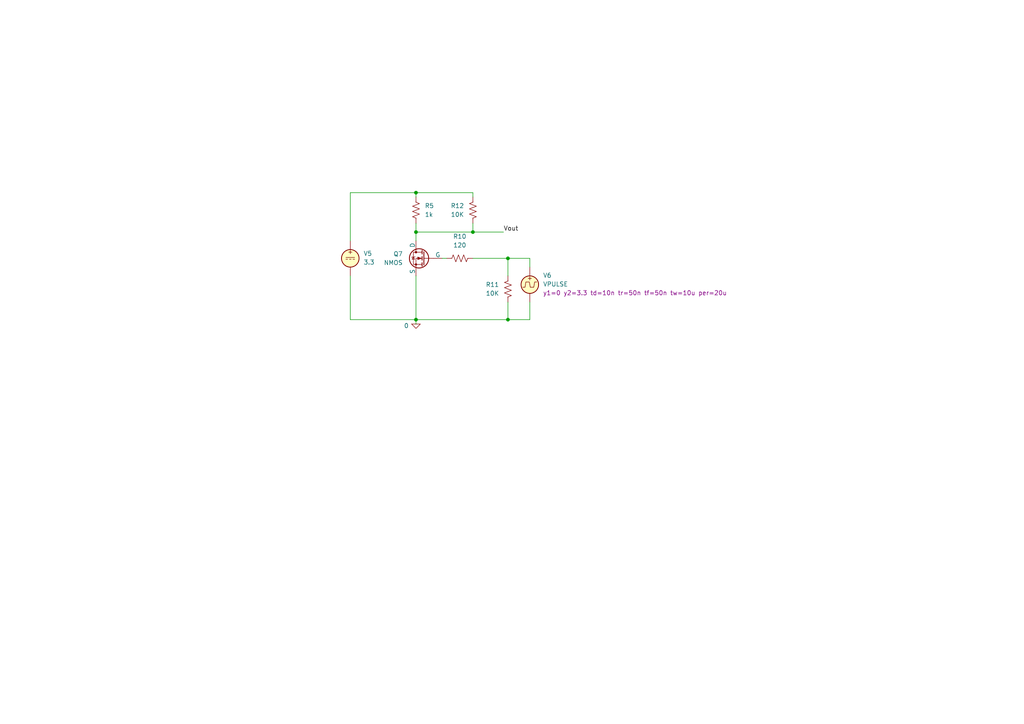
<source format=kicad_sch>
(kicad_sch (version 20250114) (generator "eeschema") (generator_version "9.0")
  (paper "A4")
  (lib_symbols
    (symbol "Device:R_US" (pin_numbers (hide yes)) (pin_names (offset 0))
      (property "Reference" "R" (at 2.54 0 90))
      (property "Value" "R_US" (at -2.54 0 90))
      (symbol "R_US_0_1"
        (polyline (pts (xy 0 2.286) (xy 0 2.54)))
        (polyline (pts (xy 0 2.286) (xy 1.016 1.905) (xy 0 1.524) (xy -1.016 1.143) (xy 0 0.762)))
        (polyline (pts (xy 0 0.762) (xy 1.016 0.381) (xy 0 0) (xy -1.016 -0.381) (xy 0 -0.762)))
        (polyline (pts (xy 0 -0.762) (xy 1.016 -1.143) (xy 0 -1.524) (xy -1.016 -1.905) (xy 0 -2.286)))
        (polyline (pts (xy 0 -2.286) (xy 0 -2.54)))
      )
      (symbol "R_US_1_1"
        (pin passive line (at 0 3.81 270) (length 1.27) (name "~") (number "1"))
        (pin passive line (at 0 -3.81 90) (length 1.27) (name "~") (number "2"))
      )
    )
    (symbol "Simulation_SPICE:0" (power) (pin_numbers (hide yes)) (pin_names (offset 0) (hide yes))
      (property "Value" "0" (at 0 -2.54 0))
      (symbol "0_0_1"
        (polyline (pts (xy -1.27 0) (xy 0 -1.27) (xy 1.27 0) (xy -1.27 0)))
      )
      (symbol "0_1_1"
        (pin power_in line (at 0 0 0) (length 0) (name "~") (number "1"))
      )
    )
    (symbol "Simulation_SPICE:NMOS" (pin_numbers (hide yes)) (pin_names (offset 0))
      (property "Reference" "Q" (at 5.08 1.27 0))
      (property "Value" "NMOS" (at 5.08 -1.27 0))
      (symbol "NMOS_0_1"
        (polyline (pts (xy 0.254 1.905) (xy 0.254 -1.905)) (stroke (width 0.254)))
        (polyline (pts (xy 0.254 0) (xy -2.54 0)))
        (polyline (pts (xy 0.762 2.286) (xy 0.762 1.27)) (stroke (width 0.254)))
        (polyline (pts (xy 0.762 0.508) (xy 0.762 -0.508)) (stroke (width 0.254)))
        (polyline (pts (xy 0.762 -1.27) (xy 0.762 -2.286)) (stroke (width 0.254)))
        (polyline (pts (xy 0.762 -1.778) (xy 3.302 -1.778) (xy 3.302 1.778) (xy 0.762 1.778)))
        (polyline (pts (xy 1.016 0) (xy 2.032 0.381) (xy 2.032 -0.381) (xy 1.016 0)) (fill (type outline)))
        (circle (center 1.651 0) (radius 2.794) (stroke (width 0.254)))
        (polyline (pts (xy 2.54 2.54) (xy 2.54 1.778)))
        (circle (center 2.54 1.778) (radius 0.254) (fill (type outline)))
        (circle (center 2.54 -1.778) (radius 0.254) (fill (type outline)))
        (polyline (pts (xy 2.54 -2.54) (xy 2.54 0) (xy 0.762 0)))
        (polyline (pts (xy 2.794 0.508) (xy 2.921 0.381) (xy 3.683 0.381) (xy 3.81 0.254)))
        (polyline (pts (xy 3.302 0.381) (xy 2.921 -0.254) (xy 3.683 -0.254) (xy 3.302 0.381)))
      )
      (symbol "NMOS_1_1"
        (pin input line (at -5.08 0 0) (length 2.54) (name "G") (number "2"))
        (pin passive line (at 2.54 5.08 270) (length 2.54) (name "D") (number "1"))
        (pin passive line (at 2.54 -5.08 90) (length 2.54) (name "S") (number "3"))
      )
    )
    (symbol "Simulation_SPICE:VDC" (pin_numbers (hide yes)) (pin_names (offset 0.0254))
      (property "Reference" "V" (at 2.54 2.54 0))
      (property "Value" "1" (at 2.54 0 0))
      (symbol "VDC_0_0"
        (polyline (pts (xy -1.27 0.254) (xy 1.27 0.254)))
        (polyline (pts (xy -0.762 -0.254) (xy -1.27 -0.254)))
        (polyline (pts (xy 0.254 -0.254) (xy -0.254 -0.254)))
        (polyline (pts (xy 1.27 -0.254) (xy 0.762 -0.254)))
        (text "+" (at 0 1.905 0) (effects (font (size 1.27 1.27))))
      )
      (symbol "VDC_0_1"
        (circle (center 0 0) (radius 2.54) (stroke (width 0.254)) (fill (type background)))
      )
      (symbol "VDC_1_1"
        (pin passive line (at 0 5.08 270) (length 2.54) (name "~") (number "1"))
        (pin passive line (at 0 -5.08 90) (length 2.54) (name "~") (number "2"))
      )
    )
    (symbol "Simulation_SPICE:VPULSE" (pin_numbers (hide yes)) (pin_names (offset 0.0254))
      (property "Reference" "V" (at 2.54 2.54 0))
      (property "Value" "VPULSE" (at 2.54 0 0))
      (property "Sim.Params" "y1=0 y2=1 td=2n tr=2n tf=2n tw=50n per=100n" (at 2.54 -2.54 0))
      (symbol "VPULSE_0_0"
        (polyline (pts (xy -2.032 -0.762) (xy -1.397 -0.762) (xy -1.143 0.762) (xy -0.127 0.762) (xy 0.127 -0.762) (xy 1.143 -0.762) (xy 1.397 0.762) (xy 2.032 0.762)))
        (text "+" (at 0 1.905 0) (effects (font (size 1.27 1.27))))
      )
      (symbol "VPULSE_0_1"
        (circle (center 0 0) (radius 2.54) (stroke (width 0.254)) (fill (type background)))
      )
      (symbol "VPULSE_1_1"
        (pin passive line (at 0 5.08 270) (length 2.54) (name "~") (number "1"))
        (pin passive line (at 0 -5.08 90) (length 2.54) (name "~") (number "2"))
      )
    )
  )
  (junction (at 137.16 67.31))
  (junction (at 120.65 67.31))
  (junction (at 120.65 55.88))
  (junction (at 147.32 92.71))
  (junction (at 147.32 74.93))
  (junction (at 120.65 92.71))
  (wire (pts (xy 101.6 80.01) (xy 101.6 92.71)))
  (wire (pts (xy 147.32 74.93) (xy 147.32 80.01)))
  (wire (pts (xy 101.6 55.88) (xy 101.6 69.85)))
  (wire (pts (xy 137.16 67.31) (xy 146.05 67.31)))
  (wire (pts (xy 147.32 74.93) (xy 153.67 74.93)))
  (wire (pts (xy 137.16 64.77) (xy 137.16 67.31)))
  (wire (pts (xy 120.65 92.71) (xy 147.32 92.71)))
  (wire (pts (xy 128.27 74.93) (xy 129.54 74.93)))
  (wire (pts (xy 120.65 67.31) (xy 137.16 67.31)))
  (wire (pts (xy 153.67 92.71) (xy 153.67 87.63)))
  (wire (pts (xy 147.32 92.71) (xy 153.67 92.71)))
  (wire (pts (xy 101.6 92.71) (xy 120.65 92.71)))
  (wire (pts (xy 137.16 74.93) (xy 147.32 74.93)))
  (wire (pts (xy 120.65 55.88) (xy 101.6 55.88)))
  (wire (pts (xy 120.65 92.71) (xy 120.65 93.98)))
  (wire (pts (xy 120.65 55.88) (xy 137.16 55.88)))
  (wire (pts (xy 120.65 57.15) (xy 120.65 55.88)))
  (wire (pts (xy 120.65 64.77) (xy 120.65 67.31)))
  (wire (pts (xy 137.16 57.15) (xy 137.16 55.88)))
  (wire (pts (xy 120.65 80.01) (xy 120.65 92.71)))
  (wire (pts (xy 120.65 67.31) (xy 120.65 69.85)))
  (wire (pts (xy 147.32 87.63) (xy 147.32 92.71)))
  (wire (pts (xy 153.67 74.93) (xy 153.67 77.47)))
  (label "Vout" (at 146.05 67.31 0))
  (symbol (lib_id "Device:R_US") (at 147.32 83.82 0) (mirror x) (unit 1)
    (property "Reference" "R11" (at 144.78 82.5499 0) (effects (justify right)))
    (property "Value" "10K" (at 144.78 85.0899 0) (effects (justify right)))
    (property "Description" "Resistor, US symbol" (effects (hide yes)))
  )
  (symbol (lib_id "Simulation_SPICE:VPULSE") (at 153.67 82.55 0) (unit 1)
    (property "Reference" "V6" (at 157.48 79.8801 0) (effects (justify left)))
    (property "Value" "VPULSE" (at 157.48 82.4201 0) (effects (justify left)))
    (property "Datasheet" "https://ngspice.sourceforge.io/docs/ngspice-html-manual/manual.xhtml#sec_Independent_Sources_for" (effects (hide yes)))
    (property "Description" "Voltage source, pulse" (effects (hide yes)))
    (property "Sim.Pins" "1=+ 2=-" (effects (hide yes)))
    (property "Sim.Type" "PULSE" (effects (hide yes)))
    (property "Sim.Device" "V" (effects (hide yes)))
    (property "Sim.Params" "y1=0 y2=3.3 td=10n tr=50n tf=50n tw=10u per=20u" (at 157.48 84.9601 0) (effects (justify left)))
  )
  (symbol (lib_id "Simulation_SPICE:VDC") (at 101.6 74.93 0) (unit 1)
    (property "Reference" "V5" (at 105.41 73.5301 0) (effects (justify left)))
    (property "Value" "3.3" (at 105.41 76.0701 0) (effects (justify left)))
    (property "Datasheet" "https://ngspice.sourceforge.io/docs/ngspice-html-manual/manual.xhtml#sec_Independent_Sources_for" (effects (hide yes)))
    (property "Description" "Voltage source, DC" (effects (hide yes)))
    (property "Sim.Pins" "1=+ 2=-" (effects (hide yes)))
    (property "Sim.Type" "DC" (effects (hide yes)))
    (property "Sim.Device" "V" (effects (hide yes)))
  )
  (symbol (lib_id "Device:R_US") (at 133.35 74.93 90) (unit 1)
    (property "Reference" "R10" (at 133.35 68.58 90))
    (property "Value" "120" (at 133.35 71.12 90))
    (property "Description" "Resistor, US symbol" (effects (hide yes)))
  )
  (symbol (lib_id "Simulation_SPICE:0") (at 120.65 93.98 0) (unit 1)
    (property "Reference" "#GND03" (effects (hide yes)))
    (property "Value" "0" (at 117.856 94.488 0))
    (property "Datasheet" "https://ngspice.sourceforge.io/docs/ngspice-html-manual/manual.xhtml#subsec_Circuit_elements__device" (effects (hide yes)))
    (property "Description" "0V reference potential for simulation" (effects (hide yes)))
  )
  (symbol (lib_id "Device:R_US") (at 137.16 60.96 0) (mirror x) (unit 1)
    (property "Reference" "R12" (at 134.62 59.6899 0) (effects (justify right)))
    (property "Value" "10K" (at 134.62 62.2299 0) (effects (justify right)))
    (property "Description" "Resistor, US symbol" (effects (hide yes)))
  )
  (symbol (lib_id "Simulation_SPICE:NMOS") (at 123.19 74.93 0) (mirror y) (unit 1)
    (property "Reference" "Q7" (at 116.84 73.6599 0) (effects (justify left)))
    (property "Value" "NMOS" (at 116.84 76.1999 0) (effects (justify left)))
    (property "Datasheet" "https://ngspice.sourceforge.io/docs/ngspice-html-manual/manual.xhtml#cha_MOSFETs" (effects (hide yes)))
    (property "Description" "N-MOSFET transistor, drain/source/gate" (effects (hide yes)))
    (property "Sim.Device" "SUBCKT" (effects (hide yes)))
    (property "Sim.Pins" "1=D 2=G 3=S" (effects (hide yes)))
    (property "Sim.Library" "C:\\Users\\Hyeonje\\Documents\\STM32-FC\\HW\\STM32-FC_v2\\sim\\lib\\PMDPB30XNA.lib" (effects (hide yes)))
    (property "Sim.Name" "PMDPB30XNA" (effects (hide yes)))
  )
  (symbol (lib_id "Device:R_US") (at 120.65 60.96 180) (unit 1)
    (property "Reference" "R5" (at 123.19 59.6899 0) (effects (justify right)))
    (property "Value" "1k" (at 123.19 62.2299 0) (effects (justify right)))
    (property "Description" "Resistor, US symbol" (effects (hide yes)))
  )
)
</source>
